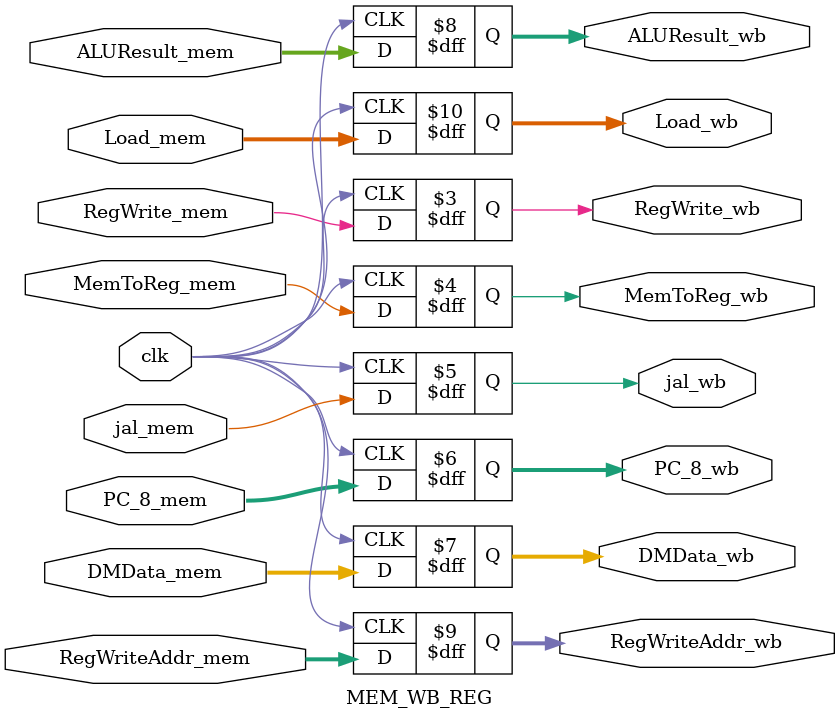
<source format=v>
`timescale 1ns / 1ps


module MEM_WB_REG(
    clk, 
    RegWrite_mem, MemToReg_mem, jal_mem, PC_8_mem, DMData_mem, ALUResult_mem, RegWriteAddr_mem, Load_mem, 
    RegWrite_wb, MemToReg_wb, jal_wb, PC_8_wb, DMData_wb, ALUResult_wb, RegWriteAddr_wb, Load_wb
    );
    input clk;
    input RegWrite_mem, MemToReg_mem, jal_mem;
    input [31:0] PC_8_mem, DMData_mem, ALUResult_mem;
    input [4:0] RegWriteAddr_mem;
    input [2:0] Load_mem;
    output reg RegWrite_wb, MemToReg_wb, jal_wb;
    output reg [31:0] PC_8_wb, DMData_wb, ALUResult_wb;
    output reg [4:0] RegWriteAddr_wb;
    output reg [2:0] Load_wb;
    
    initial
    begin
        RegWrite_wb = 0;
        MemToReg_wb = 0;
        jal_wb = 0;
        PC_8_wb = 0;
        DMData_wb = 0;
        ALUResult_wb = 0;
        RegWriteAddr_wb = 0;   
        Load_wb = 0; 
    end
    
    always@(posedge clk)
    begin
        RegWrite_wb = RegWrite_mem;
        MemToReg_wb = MemToReg_mem;
        jal_wb = jal_mem;
        PC_8_wb = PC_8_mem;
        DMData_wb = DMData_mem;
        ALUResult_wb = ALUResult_mem;
        RegWriteAddr_wb = RegWriteAddr_mem;    
        Load_wb = Load_mem;
    end
endmodule

</source>
